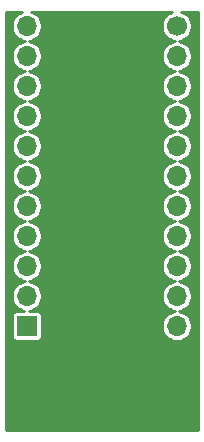
<source format=gbr>
%TF.GenerationSoftware,KiCad,Pcbnew,(5.1.7)-1*%
%TF.CreationDate,2021-02-13T22:19:47+01:00*%
%TF.ProjectId,breakout_longlcd,62726561-6b6f-4757-945f-6c6f6e676c63,rev?*%
%TF.SameCoordinates,Original*%
%TF.FileFunction,Copper,L2,Bot*%
%TF.FilePolarity,Positive*%
%FSLAX46Y46*%
G04 Gerber Fmt 4.6, Leading zero omitted, Abs format (unit mm)*
G04 Created by KiCad (PCBNEW (5.1.7)-1) date 2021-02-13 22:19:47*
%MOMM*%
%LPD*%
G01*
G04 APERTURE LIST*
%TA.AperFunction,ComponentPad*%
%ADD10O,1.700000X1.700000*%
%TD*%
%TA.AperFunction,ComponentPad*%
%ADD11C,1.700000*%
%TD*%
%TA.AperFunction,ComponentPad*%
%ADD12R,1.700000X1.700000*%
%TD*%
%TA.AperFunction,ViaPad*%
%ADD13C,0.800000*%
%TD*%
%TA.AperFunction,Conductor*%
%ADD14C,0.254000*%
%TD*%
%TA.AperFunction,Conductor*%
%ADD15C,0.100000*%
%TD*%
G04 APERTURE END LIST*
D10*
%TO.P,J3,11*%
%TO.N,Net-(J1-Pad22)*%
X147017740Y-105613200D03*
%TO.P,J3,10*%
%TO.N,Net-(J1-Pad21)*%
X147017740Y-103073200D03*
%TO.P,J3,9*%
%TO.N,Net-(J1-Pad20)*%
X147017740Y-100533200D03*
%TO.P,J3,8*%
%TO.N,Net-(J1-Pad19)*%
X147017740Y-97993200D03*
%TO.P,J3,7*%
%TO.N,Net-(J1-Pad18)*%
X147017740Y-95453200D03*
%TO.P,J3,6*%
%TO.N,Net-(J1-Pad17)*%
X147017740Y-92913200D03*
%TO.P,J3,5*%
%TO.N,Net-(J1-Pad16)*%
X147017740Y-90373200D03*
%TO.P,J3,4*%
%TO.N,Net-(J1-Pad15)*%
X147017740Y-87833200D03*
%TO.P,J3,3*%
%TO.N,Net-(J1-Pad14)*%
X147017740Y-85293200D03*
%TO.P,J3,2*%
%TO.N,Net-(J1-Pad13)*%
X147017740Y-82753200D03*
D11*
%TO.P,J3,1*%
%TO.N,Net-(J1-Pad12)*%
X147017740Y-80213200D03*
%TD*%
D10*
%TO.P,J2,11*%
%TO.N,Net-(J1-Pad11)*%
X134317740Y-80213200D03*
%TO.P,J2,10*%
%TO.N,Net-(J1-Pad10)*%
X134317740Y-82753200D03*
%TO.P,J2,9*%
%TO.N,Net-(J1-Pad9)*%
X134317740Y-85293200D03*
%TO.P,J2,8*%
%TO.N,Net-(J1-Pad8)*%
X134317740Y-87833200D03*
%TO.P,J2,7*%
%TO.N,Net-(J1-Pad7)*%
X134317740Y-90373200D03*
%TO.P,J2,6*%
%TO.N,Net-(J1-Pad6)*%
X134317740Y-92913200D03*
%TO.P,J2,5*%
%TO.N,Net-(J1-Pad5)*%
X134317740Y-95453200D03*
%TO.P,J2,4*%
%TO.N,Net-(J1-Pad4)*%
X134317740Y-97993200D03*
%TO.P,J2,3*%
%TO.N,Net-(J1-Pad3)*%
X134317740Y-100533200D03*
%TO.P,J2,2*%
%TO.N,Net-(J1-Pad2)*%
X134317740Y-103073200D03*
D12*
%TO.P,J2,1*%
%TO.N,Net-(J1-Pad1)*%
X134317740Y-105613200D03*
%TD*%
D13*
%TO.N,GND*%
X147853400Y-113893600D03*
X133527800Y-113792000D03*
X140690600Y-80162400D03*
%TD*%
D14*
%TO.N,GND*%
X133712854Y-79081537D02*
X133503700Y-79221289D01*
X133325829Y-79399160D01*
X133186077Y-79608314D01*
X133089814Y-79840713D01*
X133040740Y-80087426D01*
X133040740Y-80338974D01*
X133089814Y-80585687D01*
X133186077Y-80818086D01*
X133325829Y-81027240D01*
X133503700Y-81205111D01*
X133712854Y-81344863D01*
X133945253Y-81441126D01*
X134156774Y-81483200D01*
X133945253Y-81525274D01*
X133712854Y-81621537D01*
X133503700Y-81761289D01*
X133325829Y-81939160D01*
X133186077Y-82148314D01*
X133089814Y-82380713D01*
X133040740Y-82627426D01*
X133040740Y-82878974D01*
X133089814Y-83125687D01*
X133186077Y-83358086D01*
X133325829Y-83567240D01*
X133503700Y-83745111D01*
X133712854Y-83884863D01*
X133945253Y-83981126D01*
X134156774Y-84023200D01*
X133945253Y-84065274D01*
X133712854Y-84161537D01*
X133503700Y-84301289D01*
X133325829Y-84479160D01*
X133186077Y-84688314D01*
X133089814Y-84920713D01*
X133040740Y-85167426D01*
X133040740Y-85418974D01*
X133089814Y-85665687D01*
X133186077Y-85898086D01*
X133325829Y-86107240D01*
X133503700Y-86285111D01*
X133712854Y-86424863D01*
X133945253Y-86521126D01*
X134156774Y-86563200D01*
X133945253Y-86605274D01*
X133712854Y-86701537D01*
X133503700Y-86841289D01*
X133325829Y-87019160D01*
X133186077Y-87228314D01*
X133089814Y-87460713D01*
X133040740Y-87707426D01*
X133040740Y-87958974D01*
X133089814Y-88205687D01*
X133186077Y-88438086D01*
X133325829Y-88647240D01*
X133503700Y-88825111D01*
X133712854Y-88964863D01*
X133945253Y-89061126D01*
X134156774Y-89103200D01*
X133945253Y-89145274D01*
X133712854Y-89241537D01*
X133503700Y-89381289D01*
X133325829Y-89559160D01*
X133186077Y-89768314D01*
X133089814Y-90000713D01*
X133040740Y-90247426D01*
X133040740Y-90498974D01*
X133089814Y-90745687D01*
X133186077Y-90978086D01*
X133325829Y-91187240D01*
X133503700Y-91365111D01*
X133712854Y-91504863D01*
X133945253Y-91601126D01*
X134156774Y-91643200D01*
X133945253Y-91685274D01*
X133712854Y-91781537D01*
X133503700Y-91921289D01*
X133325829Y-92099160D01*
X133186077Y-92308314D01*
X133089814Y-92540713D01*
X133040740Y-92787426D01*
X133040740Y-93038974D01*
X133089814Y-93285687D01*
X133186077Y-93518086D01*
X133325829Y-93727240D01*
X133503700Y-93905111D01*
X133712854Y-94044863D01*
X133945253Y-94141126D01*
X134156774Y-94183200D01*
X133945253Y-94225274D01*
X133712854Y-94321537D01*
X133503700Y-94461289D01*
X133325829Y-94639160D01*
X133186077Y-94848314D01*
X133089814Y-95080713D01*
X133040740Y-95327426D01*
X133040740Y-95578974D01*
X133089814Y-95825687D01*
X133186077Y-96058086D01*
X133325829Y-96267240D01*
X133503700Y-96445111D01*
X133712854Y-96584863D01*
X133945253Y-96681126D01*
X134156774Y-96723200D01*
X133945253Y-96765274D01*
X133712854Y-96861537D01*
X133503700Y-97001289D01*
X133325829Y-97179160D01*
X133186077Y-97388314D01*
X133089814Y-97620713D01*
X133040740Y-97867426D01*
X133040740Y-98118974D01*
X133089814Y-98365687D01*
X133186077Y-98598086D01*
X133325829Y-98807240D01*
X133503700Y-98985111D01*
X133712854Y-99124863D01*
X133945253Y-99221126D01*
X134156774Y-99263200D01*
X133945253Y-99305274D01*
X133712854Y-99401537D01*
X133503700Y-99541289D01*
X133325829Y-99719160D01*
X133186077Y-99928314D01*
X133089814Y-100160713D01*
X133040740Y-100407426D01*
X133040740Y-100658974D01*
X133089814Y-100905687D01*
X133186077Y-101138086D01*
X133325829Y-101347240D01*
X133503700Y-101525111D01*
X133712854Y-101664863D01*
X133945253Y-101761126D01*
X134156774Y-101803200D01*
X133945253Y-101845274D01*
X133712854Y-101941537D01*
X133503700Y-102081289D01*
X133325829Y-102259160D01*
X133186077Y-102468314D01*
X133089814Y-102700713D01*
X133040740Y-102947426D01*
X133040740Y-103198974D01*
X133089814Y-103445687D01*
X133186077Y-103678086D01*
X133325829Y-103887240D01*
X133503700Y-104065111D01*
X133712854Y-104204863D01*
X133945253Y-104301126D01*
X134111196Y-104334134D01*
X133467740Y-104334134D01*
X133384033Y-104342378D01*
X133303544Y-104366795D01*
X133229364Y-104406445D01*
X133164345Y-104459805D01*
X133110985Y-104524824D01*
X133071335Y-104599004D01*
X133046918Y-104679493D01*
X133038674Y-104763200D01*
X133038674Y-106463200D01*
X133046918Y-106546907D01*
X133071335Y-106627396D01*
X133110985Y-106701576D01*
X133164345Y-106766595D01*
X133229364Y-106819955D01*
X133303544Y-106859605D01*
X133384033Y-106884022D01*
X133467740Y-106892266D01*
X135167740Y-106892266D01*
X135251447Y-106884022D01*
X135331936Y-106859605D01*
X135406116Y-106819955D01*
X135471135Y-106766595D01*
X135524495Y-106701576D01*
X135564145Y-106627396D01*
X135588562Y-106546907D01*
X135596806Y-106463200D01*
X135596806Y-104763200D01*
X135588562Y-104679493D01*
X135564145Y-104599004D01*
X135524495Y-104524824D01*
X135471135Y-104459805D01*
X135406116Y-104406445D01*
X135331936Y-104366795D01*
X135251447Y-104342378D01*
X135167740Y-104334134D01*
X134524284Y-104334134D01*
X134690227Y-104301126D01*
X134922626Y-104204863D01*
X135131780Y-104065111D01*
X135309651Y-103887240D01*
X135449403Y-103678086D01*
X135545666Y-103445687D01*
X135594740Y-103198974D01*
X135594740Y-102947426D01*
X135545666Y-102700713D01*
X135449403Y-102468314D01*
X135309651Y-102259160D01*
X135131780Y-102081289D01*
X134922626Y-101941537D01*
X134690227Y-101845274D01*
X134478706Y-101803200D01*
X134690227Y-101761126D01*
X134922626Y-101664863D01*
X135131780Y-101525111D01*
X135309651Y-101347240D01*
X135449403Y-101138086D01*
X135545666Y-100905687D01*
X135594740Y-100658974D01*
X135594740Y-100407426D01*
X135545666Y-100160713D01*
X135449403Y-99928314D01*
X135309651Y-99719160D01*
X135131780Y-99541289D01*
X134922626Y-99401537D01*
X134690227Y-99305274D01*
X134478706Y-99263200D01*
X134690227Y-99221126D01*
X134922626Y-99124863D01*
X135131780Y-98985111D01*
X135309651Y-98807240D01*
X135449403Y-98598086D01*
X135545666Y-98365687D01*
X135594740Y-98118974D01*
X135594740Y-97867426D01*
X135545666Y-97620713D01*
X135449403Y-97388314D01*
X135309651Y-97179160D01*
X135131780Y-97001289D01*
X134922626Y-96861537D01*
X134690227Y-96765274D01*
X134478706Y-96723200D01*
X134690227Y-96681126D01*
X134922626Y-96584863D01*
X135131780Y-96445111D01*
X135309651Y-96267240D01*
X135449403Y-96058086D01*
X135545666Y-95825687D01*
X135594740Y-95578974D01*
X135594740Y-95327426D01*
X135545666Y-95080713D01*
X135449403Y-94848314D01*
X135309651Y-94639160D01*
X135131780Y-94461289D01*
X134922626Y-94321537D01*
X134690227Y-94225274D01*
X134478706Y-94183200D01*
X134690227Y-94141126D01*
X134922626Y-94044863D01*
X135131780Y-93905111D01*
X135309651Y-93727240D01*
X135449403Y-93518086D01*
X135545666Y-93285687D01*
X135594740Y-93038974D01*
X135594740Y-92787426D01*
X135545666Y-92540713D01*
X135449403Y-92308314D01*
X135309651Y-92099160D01*
X135131780Y-91921289D01*
X134922626Y-91781537D01*
X134690227Y-91685274D01*
X134478706Y-91643200D01*
X134690227Y-91601126D01*
X134922626Y-91504863D01*
X135131780Y-91365111D01*
X135309651Y-91187240D01*
X135449403Y-90978086D01*
X135545666Y-90745687D01*
X135594740Y-90498974D01*
X135594740Y-90247426D01*
X135545666Y-90000713D01*
X135449403Y-89768314D01*
X135309651Y-89559160D01*
X135131780Y-89381289D01*
X134922626Y-89241537D01*
X134690227Y-89145274D01*
X134478706Y-89103200D01*
X134690227Y-89061126D01*
X134922626Y-88964863D01*
X135131780Y-88825111D01*
X135309651Y-88647240D01*
X135449403Y-88438086D01*
X135545666Y-88205687D01*
X135594740Y-87958974D01*
X135594740Y-87707426D01*
X135545666Y-87460713D01*
X135449403Y-87228314D01*
X135309651Y-87019160D01*
X135131780Y-86841289D01*
X134922626Y-86701537D01*
X134690227Y-86605274D01*
X134478706Y-86563200D01*
X134690227Y-86521126D01*
X134922626Y-86424863D01*
X135131780Y-86285111D01*
X135309651Y-86107240D01*
X135449403Y-85898086D01*
X135545666Y-85665687D01*
X135594740Y-85418974D01*
X135594740Y-85167426D01*
X135545666Y-84920713D01*
X135449403Y-84688314D01*
X135309651Y-84479160D01*
X135131780Y-84301289D01*
X134922626Y-84161537D01*
X134690227Y-84065274D01*
X134478706Y-84023200D01*
X134690227Y-83981126D01*
X134922626Y-83884863D01*
X135131780Y-83745111D01*
X135309651Y-83567240D01*
X135449403Y-83358086D01*
X135545666Y-83125687D01*
X135594740Y-82878974D01*
X135594740Y-82627426D01*
X135545666Y-82380713D01*
X135449403Y-82148314D01*
X135309651Y-81939160D01*
X135131780Y-81761289D01*
X134922626Y-81621537D01*
X134690227Y-81525274D01*
X134478706Y-81483200D01*
X134690227Y-81441126D01*
X134922626Y-81344863D01*
X135131780Y-81205111D01*
X135309651Y-81027240D01*
X135449403Y-80818086D01*
X135545666Y-80585687D01*
X135594740Y-80338974D01*
X135594740Y-80087426D01*
X135545666Y-79840713D01*
X135449403Y-79608314D01*
X135309651Y-79399160D01*
X135131780Y-79221289D01*
X134922626Y-79081537D01*
X134698740Y-78988800D01*
X146636740Y-78988800D01*
X146412854Y-79081537D01*
X146203700Y-79221289D01*
X146025829Y-79399160D01*
X145886077Y-79608314D01*
X145789814Y-79840713D01*
X145740740Y-80087426D01*
X145740740Y-80338974D01*
X145789814Y-80585687D01*
X145886077Y-80818086D01*
X146025829Y-81027240D01*
X146203700Y-81205111D01*
X146412854Y-81344863D01*
X146645253Y-81441126D01*
X146856774Y-81483200D01*
X146645253Y-81525274D01*
X146412854Y-81621537D01*
X146203700Y-81761289D01*
X146025829Y-81939160D01*
X145886077Y-82148314D01*
X145789814Y-82380713D01*
X145740740Y-82627426D01*
X145740740Y-82878974D01*
X145789814Y-83125687D01*
X145886077Y-83358086D01*
X146025829Y-83567240D01*
X146203700Y-83745111D01*
X146412854Y-83884863D01*
X146645253Y-83981126D01*
X146856774Y-84023200D01*
X146645253Y-84065274D01*
X146412854Y-84161537D01*
X146203700Y-84301289D01*
X146025829Y-84479160D01*
X145886077Y-84688314D01*
X145789814Y-84920713D01*
X145740740Y-85167426D01*
X145740740Y-85418974D01*
X145789814Y-85665687D01*
X145886077Y-85898086D01*
X146025829Y-86107240D01*
X146203700Y-86285111D01*
X146412854Y-86424863D01*
X146645253Y-86521126D01*
X146856774Y-86563200D01*
X146645253Y-86605274D01*
X146412854Y-86701537D01*
X146203700Y-86841289D01*
X146025829Y-87019160D01*
X145886077Y-87228314D01*
X145789814Y-87460713D01*
X145740740Y-87707426D01*
X145740740Y-87958974D01*
X145789814Y-88205687D01*
X145886077Y-88438086D01*
X146025829Y-88647240D01*
X146203700Y-88825111D01*
X146412854Y-88964863D01*
X146645253Y-89061126D01*
X146856774Y-89103200D01*
X146645253Y-89145274D01*
X146412854Y-89241537D01*
X146203700Y-89381289D01*
X146025829Y-89559160D01*
X145886077Y-89768314D01*
X145789814Y-90000713D01*
X145740740Y-90247426D01*
X145740740Y-90498974D01*
X145789814Y-90745687D01*
X145886077Y-90978086D01*
X146025829Y-91187240D01*
X146203700Y-91365111D01*
X146412854Y-91504863D01*
X146645253Y-91601126D01*
X146856774Y-91643200D01*
X146645253Y-91685274D01*
X146412854Y-91781537D01*
X146203700Y-91921289D01*
X146025829Y-92099160D01*
X145886077Y-92308314D01*
X145789814Y-92540713D01*
X145740740Y-92787426D01*
X145740740Y-93038974D01*
X145789814Y-93285687D01*
X145886077Y-93518086D01*
X146025829Y-93727240D01*
X146203700Y-93905111D01*
X146412854Y-94044863D01*
X146645253Y-94141126D01*
X146856774Y-94183200D01*
X146645253Y-94225274D01*
X146412854Y-94321537D01*
X146203700Y-94461289D01*
X146025829Y-94639160D01*
X145886077Y-94848314D01*
X145789814Y-95080713D01*
X145740740Y-95327426D01*
X145740740Y-95578974D01*
X145789814Y-95825687D01*
X145886077Y-96058086D01*
X146025829Y-96267240D01*
X146203700Y-96445111D01*
X146412854Y-96584863D01*
X146645253Y-96681126D01*
X146856774Y-96723200D01*
X146645253Y-96765274D01*
X146412854Y-96861537D01*
X146203700Y-97001289D01*
X146025829Y-97179160D01*
X145886077Y-97388314D01*
X145789814Y-97620713D01*
X145740740Y-97867426D01*
X145740740Y-98118974D01*
X145789814Y-98365687D01*
X145886077Y-98598086D01*
X146025829Y-98807240D01*
X146203700Y-98985111D01*
X146412854Y-99124863D01*
X146645253Y-99221126D01*
X146856774Y-99263200D01*
X146645253Y-99305274D01*
X146412854Y-99401537D01*
X146203700Y-99541289D01*
X146025829Y-99719160D01*
X145886077Y-99928314D01*
X145789814Y-100160713D01*
X145740740Y-100407426D01*
X145740740Y-100658974D01*
X145789814Y-100905687D01*
X145886077Y-101138086D01*
X146025829Y-101347240D01*
X146203700Y-101525111D01*
X146412854Y-101664863D01*
X146645253Y-101761126D01*
X146856774Y-101803200D01*
X146645253Y-101845274D01*
X146412854Y-101941537D01*
X146203700Y-102081289D01*
X146025829Y-102259160D01*
X145886077Y-102468314D01*
X145789814Y-102700713D01*
X145740740Y-102947426D01*
X145740740Y-103198974D01*
X145789814Y-103445687D01*
X145886077Y-103678086D01*
X146025829Y-103887240D01*
X146203700Y-104065111D01*
X146412854Y-104204863D01*
X146645253Y-104301126D01*
X146856774Y-104343200D01*
X146645253Y-104385274D01*
X146412854Y-104481537D01*
X146203700Y-104621289D01*
X146025829Y-104799160D01*
X145886077Y-105008314D01*
X145789814Y-105240713D01*
X145740740Y-105487426D01*
X145740740Y-105738974D01*
X145789814Y-105985687D01*
X145886077Y-106218086D01*
X146025829Y-106427240D01*
X146203700Y-106605111D01*
X146412854Y-106744863D01*
X146645253Y-106841126D01*
X146891966Y-106890200D01*
X147143514Y-106890200D01*
X147390227Y-106841126D01*
X147622626Y-106744863D01*
X147831780Y-106605111D01*
X148009651Y-106427240D01*
X148149403Y-106218086D01*
X148245666Y-105985687D01*
X148294740Y-105738974D01*
X148294740Y-105487426D01*
X148245666Y-105240713D01*
X148149403Y-105008314D01*
X148009651Y-104799160D01*
X147831780Y-104621289D01*
X147622626Y-104481537D01*
X147390227Y-104385274D01*
X147178706Y-104343200D01*
X147390227Y-104301126D01*
X147622626Y-104204863D01*
X147831780Y-104065111D01*
X148009651Y-103887240D01*
X148149403Y-103678086D01*
X148245666Y-103445687D01*
X148294740Y-103198974D01*
X148294740Y-102947426D01*
X148245666Y-102700713D01*
X148149403Y-102468314D01*
X148009651Y-102259160D01*
X147831780Y-102081289D01*
X147622626Y-101941537D01*
X147390227Y-101845274D01*
X147178706Y-101803200D01*
X147390227Y-101761126D01*
X147622626Y-101664863D01*
X147831780Y-101525111D01*
X148009651Y-101347240D01*
X148149403Y-101138086D01*
X148245666Y-100905687D01*
X148294740Y-100658974D01*
X148294740Y-100407426D01*
X148245666Y-100160713D01*
X148149403Y-99928314D01*
X148009651Y-99719160D01*
X147831780Y-99541289D01*
X147622626Y-99401537D01*
X147390227Y-99305274D01*
X147178706Y-99263200D01*
X147390227Y-99221126D01*
X147622626Y-99124863D01*
X147831780Y-98985111D01*
X148009651Y-98807240D01*
X148149403Y-98598086D01*
X148245666Y-98365687D01*
X148294740Y-98118974D01*
X148294740Y-97867426D01*
X148245666Y-97620713D01*
X148149403Y-97388314D01*
X148009651Y-97179160D01*
X147831780Y-97001289D01*
X147622626Y-96861537D01*
X147390227Y-96765274D01*
X147178706Y-96723200D01*
X147390227Y-96681126D01*
X147622626Y-96584863D01*
X147831780Y-96445111D01*
X148009651Y-96267240D01*
X148149403Y-96058086D01*
X148245666Y-95825687D01*
X148294740Y-95578974D01*
X148294740Y-95327426D01*
X148245666Y-95080713D01*
X148149403Y-94848314D01*
X148009651Y-94639160D01*
X147831780Y-94461289D01*
X147622626Y-94321537D01*
X147390227Y-94225274D01*
X147178706Y-94183200D01*
X147390227Y-94141126D01*
X147622626Y-94044863D01*
X147831780Y-93905111D01*
X148009651Y-93727240D01*
X148149403Y-93518086D01*
X148245666Y-93285687D01*
X148294740Y-93038974D01*
X148294740Y-92787426D01*
X148245666Y-92540713D01*
X148149403Y-92308314D01*
X148009651Y-92099160D01*
X147831780Y-91921289D01*
X147622626Y-91781537D01*
X147390227Y-91685274D01*
X147178706Y-91643200D01*
X147390227Y-91601126D01*
X147622626Y-91504863D01*
X147831780Y-91365111D01*
X148009651Y-91187240D01*
X148149403Y-90978086D01*
X148245666Y-90745687D01*
X148294740Y-90498974D01*
X148294740Y-90247426D01*
X148245666Y-90000713D01*
X148149403Y-89768314D01*
X148009651Y-89559160D01*
X147831780Y-89381289D01*
X147622626Y-89241537D01*
X147390227Y-89145274D01*
X147178706Y-89103200D01*
X147390227Y-89061126D01*
X147622626Y-88964863D01*
X147831780Y-88825111D01*
X148009651Y-88647240D01*
X148149403Y-88438086D01*
X148245666Y-88205687D01*
X148294740Y-87958974D01*
X148294740Y-87707426D01*
X148245666Y-87460713D01*
X148149403Y-87228314D01*
X148009651Y-87019160D01*
X147831780Y-86841289D01*
X147622626Y-86701537D01*
X147390227Y-86605274D01*
X147178706Y-86563200D01*
X147390227Y-86521126D01*
X147622626Y-86424863D01*
X147831780Y-86285111D01*
X148009651Y-86107240D01*
X148149403Y-85898086D01*
X148245666Y-85665687D01*
X148294740Y-85418974D01*
X148294740Y-85167426D01*
X148245666Y-84920713D01*
X148149403Y-84688314D01*
X148009651Y-84479160D01*
X147831780Y-84301289D01*
X147622626Y-84161537D01*
X147390227Y-84065274D01*
X147178706Y-84023200D01*
X147390227Y-83981126D01*
X147622626Y-83884863D01*
X147831780Y-83745111D01*
X148009651Y-83567240D01*
X148149403Y-83358086D01*
X148245666Y-83125687D01*
X148294740Y-82878974D01*
X148294740Y-82627426D01*
X148245666Y-82380713D01*
X148149403Y-82148314D01*
X148009651Y-81939160D01*
X147831780Y-81761289D01*
X147622626Y-81621537D01*
X147390227Y-81525274D01*
X147178706Y-81483200D01*
X147390227Y-81441126D01*
X147622626Y-81344863D01*
X147831780Y-81205111D01*
X148009651Y-81027240D01*
X148149403Y-80818086D01*
X148245666Y-80585687D01*
X148294740Y-80338974D01*
X148294740Y-80087426D01*
X148245666Y-79840713D01*
X148149403Y-79608314D01*
X148009651Y-79399160D01*
X147831780Y-79221289D01*
X147622626Y-79081537D01*
X147398740Y-78988800D01*
X148798401Y-78988800D01*
X148798400Y-114406800D01*
X132582800Y-114406800D01*
X132582800Y-78988800D01*
X133936740Y-78988800D01*
X133712854Y-79081537D01*
%TA.AperFunction,Conductor*%
D15*
G36*
X133712854Y-79081537D02*
G01*
X133503700Y-79221289D01*
X133325829Y-79399160D01*
X133186077Y-79608314D01*
X133089814Y-79840713D01*
X133040740Y-80087426D01*
X133040740Y-80338974D01*
X133089814Y-80585687D01*
X133186077Y-80818086D01*
X133325829Y-81027240D01*
X133503700Y-81205111D01*
X133712854Y-81344863D01*
X133945253Y-81441126D01*
X134156774Y-81483200D01*
X133945253Y-81525274D01*
X133712854Y-81621537D01*
X133503700Y-81761289D01*
X133325829Y-81939160D01*
X133186077Y-82148314D01*
X133089814Y-82380713D01*
X133040740Y-82627426D01*
X133040740Y-82878974D01*
X133089814Y-83125687D01*
X133186077Y-83358086D01*
X133325829Y-83567240D01*
X133503700Y-83745111D01*
X133712854Y-83884863D01*
X133945253Y-83981126D01*
X134156774Y-84023200D01*
X133945253Y-84065274D01*
X133712854Y-84161537D01*
X133503700Y-84301289D01*
X133325829Y-84479160D01*
X133186077Y-84688314D01*
X133089814Y-84920713D01*
X133040740Y-85167426D01*
X133040740Y-85418974D01*
X133089814Y-85665687D01*
X133186077Y-85898086D01*
X133325829Y-86107240D01*
X133503700Y-86285111D01*
X133712854Y-86424863D01*
X133945253Y-86521126D01*
X134156774Y-86563200D01*
X133945253Y-86605274D01*
X133712854Y-86701537D01*
X133503700Y-86841289D01*
X133325829Y-87019160D01*
X133186077Y-87228314D01*
X133089814Y-87460713D01*
X133040740Y-87707426D01*
X133040740Y-87958974D01*
X133089814Y-88205687D01*
X133186077Y-88438086D01*
X133325829Y-88647240D01*
X133503700Y-88825111D01*
X133712854Y-88964863D01*
X133945253Y-89061126D01*
X134156774Y-89103200D01*
X133945253Y-89145274D01*
X133712854Y-89241537D01*
X133503700Y-89381289D01*
X133325829Y-89559160D01*
X133186077Y-89768314D01*
X133089814Y-90000713D01*
X133040740Y-90247426D01*
X133040740Y-90498974D01*
X133089814Y-90745687D01*
X133186077Y-90978086D01*
X133325829Y-91187240D01*
X133503700Y-91365111D01*
X133712854Y-91504863D01*
X133945253Y-91601126D01*
X134156774Y-91643200D01*
X133945253Y-91685274D01*
X133712854Y-91781537D01*
X133503700Y-91921289D01*
X133325829Y-92099160D01*
X133186077Y-92308314D01*
X133089814Y-92540713D01*
X133040740Y-92787426D01*
X133040740Y-93038974D01*
X133089814Y-93285687D01*
X133186077Y-93518086D01*
X133325829Y-93727240D01*
X133503700Y-93905111D01*
X133712854Y-94044863D01*
X133945253Y-94141126D01*
X134156774Y-94183200D01*
X133945253Y-94225274D01*
X133712854Y-94321537D01*
X133503700Y-94461289D01*
X133325829Y-94639160D01*
X133186077Y-94848314D01*
X133089814Y-95080713D01*
X133040740Y-95327426D01*
X133040740Y-95578974D01*
X133089814Y-95825687D01*
X133186077Y-96058086D01*
X133325829Y-96267240D01*
X133503700Y-96445111D01*
X133712854Y-96584863D01*
X133945253Y-96681126D01*
X134156774Y-96723200D01*
X133945253Y-96765274D01*
X133712854Y-96861537D01*
X133503700Y-97001289D01*
X133325829Y-97179160D01*
X133186077Y-97388314D01*
X133089814Y-97620713D01*
X133040740Y-97867426D01*
X133040740Y-98118974D01*
X133089814Y-98365687D01*
X133186077Y-98598086D01*
X133325829Y-98807240D01*
X133503700Y-98985111D01*
X133712854Y-99124863D01*
X133945253Y-99221126D01*
X134156774Y-99263200D01*
X133945253Y-99305274D01*
X133712854Y-99401537D01*
X133503700Y-99541289D01*
X133325829Y-99719160D01*
X133186077Y-99928314D01*
X133089814Y-100160713D01*
X133040740Y-100407426D01*
X133040740Y-100658974D01*
X133089814Y-100905687D01*
X133186077Y-101138086D01*
X133325829Y-101347240D01*
X133503700Y-101525111D01*
X133712854Y-101664863D01*
X133945253Y-101761126D01*
X134156774Y-101803200D01*
X133945253Y-101845274D01*
X133712854Y-101941537D01*
X133503700Y-102081289D01*
X133325829Y-102259160D01*
X133186077Y-102468314D01*
X133089814Y-102700713D01*
X133040740Y-102947426D01*
X133040740Y-103198974D01*
X133089814Y-103445687D01*
X133186077Y-103678086D01*
X133325829Y-103887240D01*
X133503700Y-104065111D01*
X133712854Y-104204863D01*
X133945253Y-104301126D01*
X134111196Y-104334134D01*
X133467740Y-104334134D01*
X133384033Y-104342378D01*
X133303544Y-104366795D01*
X133229364Y-104406445D01*
X133164345Y-104459805D01*
X133110985Y-104524824D01*
X133071335Y-104599004D01*
X133046918Y-104679493D01*
X133038674Y-104763200D01*
X133038674Y-106463200D01*
X133046918Y-106546907D01*
X133071335Y-106627396D01*
X133110985Y-106701576D01*
X133164345Y-106766595D01*
X133229364Y-106819955D01*
X133303544Y-106859605D01*
X133384033Y-106884022D01*
X133467740Y-106892266D01*
X135167740Y-106892266D01*
X135251447Y-106884022D01*
X135331936Y-106859605D01*
X135406116Y-106819955D01*
X135471135Y-106766595D01*
X135524495Y-106701576D01*
X135564145Y-106627396D01*
X135588562Y-106546907D01*
X135596806Y-106463200D01*
X135596806Y-104763200D01*
X135588562Y-104679493D01*
X135564145Y-104599004D01*
X135524495Y-104524824D01*
X135471135Y-104459805D01*
X135406116Y-104406445D01*
X135331936Y-104366795D01*
X135251447Y-104342378D01*
X135167740Y-104334134D01*
X134524284Y-104334134D01*
X134690227Y-104301126D01*
X134922626Y-104204863D01*
X135131780Y-104065111D01*
X135309651Y-103887240D01*
X135449403Y-103678086D01*
X135545666Y-103445687D01*
X135594740Y-103198974D01*
X135594740Y-102947426D01*
X135545666Y-102700713D01*
X135449403Y-102468314D01*
X135309651Y-102259160D01*
X135131780Y-102081289D01*
X134922626Y-101941537D01*
X134690227Y-101845274D01*
X134478706Y-101803200D01*
X134690227Y-101761126D01*
X134922626Y-101664863D01*
X135131780Y-101525111D01*
X135309651Y-101347240D01*
X135449403Y-101138086D01*
X135545666Y-100905687D01*
X135594740Y-100658974D01*
X135594740Y-100407426D01*
X135545666Y-100160713D01*
X135449403Y-99928314D01*
X135309651Y-99719160D01*
X135131780Y-99541289D01*
X134922626Y-99401537D01*
X134690227Y-99305274D01*
X134478706Y-99263200D01*
X134690227Y-99221126D01*
X134922626Y-99124863D01*
X135131780Y-98985111D01*
X135309651Y-98807240D01*
X135449403Y-98598086D01*
X135545666Y-98365687D01*
X135594740Y-98118974D01*
X135594740Y-97867426D01*
X135545666Y-97620713D01*
X135449403Y-97388314D01*
X135309651Y-97179160D01*
X135131780Y-97001289D01*
X134922626Y-96861537D01*
X134690227Y-96765274D01*
X134478706Y-96723200D01*
X134690227Y-96681126D01*
X134922626Y-96584863D01*
X135131780Y-96445111D01*
X135309651Y-96267240D01*
X135449403Y-96058086D01*
X135545666Y-95825687D01*
X135594740Y-95578974D01*
X135594740Y-95327426D01*
X135545666Y-95080713D01*
X135449403Y-94848314D01*
X135309651Y-94639160D01*
X135131780Y-94461289D01*
X134922626Y-94321537D01*
X134690227Y-94225274D01*
X134478706Y-94183200D01*
X134690227Y-94141126D01*
X134922626Y-94044863D01*
X135131780Y-93905111D01*
X135309651Y-93727240D01*
X135449403Y-93518086D01*
X135545666Y-93285687D01*
X135594740Y-93038974D01*
X135594740Y-92787426D01*
X135545666Y-92540713D01*
X135449403Y-92308314D01*
X135309651Y-92099160D01*
X135131780Y-91921289D01*
X134922626Y-91781537D01*
X134690227Y-91685274D01*
X134478706Y-91643200D01*
X134690227Y-91601126D01*
X134922626Y-91504863D01*
X135131780Y-91365111D01*
X135309651Y-91187240D01*
X135449403Y-90978086D01*
X135545666Y-90745687D01*
X135594740Y-90498974D01*
X135594740Y-90247426D01*
X135545666Y-90000713D01*
X135449403Y-89768314D01*
X135309651Y-89559160D01*
X135131780Y-89381289D01*
X134922626Y-89241537D01*
X134690227Y-89145274D01*
X134478706Y-89103200D01*
X134690227Y-89061126D01*
X134922626Y-88964863D01*
X135131780Y-88825111D01*
X135309651Y-88647240D01*
X135449403Y-88438086D01*
X135545666Y-88205687D01*
X135594740Y-87958974D01*
X135594740Y-87707426D01*
X135545666Y-87460713D01*
X135449403Y-87228314D01*
X135309651Y-87019160D01*
X135131780Y-86841289D01*
X134922626Y-86701537D01*
X134690227Y-86605274D01*
X134478706Y-86563200D01*
X134690227Y-86521126D01*
X134922626Y-86424863D01*
X135131780Y-86285111D01*
X135309651Y-86107240D01*
X135449403Y-85898086D01*
X135545666Y-85665687D01*
X135594740Y-85418974D01*
X135594740Y-85167426D01*
X135545666Y-84920713D01*
X135449403Y-84688314D01*
X135309651Y-84479160D01*
X135131780Y-84301289D01*
X134922626Y-84161537D01*
X134690227Y-84065274D01*
X134478706Y-84023200D01*
X134690227Y-83981126D01*
X134922626Y-83884863D01*
X135131780Y-83745111D01*
X135309651Y-83567240D01*
X135449403Y-83358086D01*
X135545666Y-83125687D01*
X135594740Y-82878974D01*
X135594740Y-82627426D01*
X135545666Y-82380713D01*
X135449403Y-82148314D01*
X135309651Y-81939160D01*
X135131780Y-81761289D01*
X134922626Y-81621537D01*
X134690227Y-81525274D01*
X134478706Y-81483200D01*
X134690227Y-81441126D01*
X134922626Y-81344863D01*
X135131780Y-81205111D01*
X135309651Y-81027240D01*
X135449403Y-80818086D01*
X135545666Y-80585687D01*
X135594740Y-80338974D01*
X135594740Y-80087426D01*
X135545666Y-79840713D01*
X135449403Y-79608314D01*
X135309651Y-79399160D01*
X135131780Y-79221289D01*
X134922626Y-79081537D01*
X134698740Y-78988800D01*
X146636740Y-78988800D01*
X146412854Y-79081537D01*
X146203700Y-79221289D01*
X146025829Y-79399160D01*
X145886077Y-79608314D01*
X145789814Y-79840713D01*
X145740740Y-80087426D01*
X145740740Y-80338974D01*
X145789814Y-80585687D01*
X145886077Y-80818086D01*
X146025829Y-81027240D01*
X146203700Y-81205111D01*
X146412854Y-81344863D01*
X146645253Y-81441126D01*
X146856774Y-81483200D01*
X146645253Y-81525274D01*
X146412854Y-81621537D01*
X146203700Y-81761289D01*
X146025829Y-81939160D01*
X145886077Y-82148314D01*
X145789814Y-82380713D01*
X145740740Y-82627426D01*
X145740740Y-82878974D01*
X145789814Y-83125687D01*
X145886077Y-83358086D01*
X146025829Y-83567240D01*
X146203700Y-83745111D01*
X146412854Y-83884863D01*
X146645253Y-83981126D01*
X146856774Y-84023200D01*
X146645253Y-84065274D01*
X146412854Y-84161537D01*
X146203700Y-84301289D01*
X146025829Y-84479160D01*
X145886077Y-84688314D01*
X145789814Y-84920713D01*
X145740740Y-85167426D01*
X145740740Y-85418974D01*
X145789814Y-85665687D01*
X145886077Y-85898086D01*
X146025829Y-86107240D01*
X146203700Y-86285111D01*
X146412854Y-86424863D01*
X146645253Y-86521126D01*
X146856774Y-86563200D01*
X146645253Y-86605274D01*
X146412854Y-86701537D01*
X146203700Y-86841289D01*
X146025829Y-87019160D01*
X145886077Y-87228314D01*
X145789814Y-87460713D01*
X145740740Y-87707426D01*
X145740740Y-87958974D01*
X145789814Y-88205687D01*
X145886077Y-88438086D01*
X146025829Y-88647240D01*
X146203700Y-88825111D01*
X146412854Y-88964863D01*
X146645253Y-89061126D01*
X146856774Y-89103200D01*
X146645253Y-89145274D01*
X146412854Y-89241537D01*
X146203700Y-89381289D01*
X146025829Y-89559160D01*
X145886077Y-89768314D01*
X145789814Y-90000713D01*
X145740740Y-90247426D01*
X145740740Y-90498974D01*
X145789814Y-90745687D01*
X145886077Y-90978086D01*
X146025829Y-91187240D01*
X146203700Y-91365111D01*
X146412854Y-91504863D01*
X146645253Y-91601126D01*
X146856774Y-91643200D01*
X146645253Y-91685274D01*
X146412854Y-91781537D01*
X146203700Y-91921289D01*
X146025829Y-92099160D01*
X145886077Y-92308314D01*
X145789814Y-92540713D01*
X145740740Y-92787426D01*
X145740740Y-93038974D01*
X145789814Y-93285687D01*
X145886077Y-93518086D01*
X146025829Y-93727240D01*
X146203700Y-93905111D01*
X146412854Y-94044863D01*
X146645253Y-94141126D01*
X146856774Y-94183200D01*
X146645253Y-94225274D01*
X146412854Y-94321537D01*
X146203700Y-94461289D01*
X146025829Y-94639160D01*
X145886077Y-94848314D01*
X145789814Y-95080713D01*
X145740740Y-95327426D01*
X145740740Y-95578974D01*
X145789814Y-95825687D01*
X145886077Y-96058086D01*
X146025829Y-96267240D01*
X146203700Y-96445111D01*
X146412854Y-96584863D01*
X146645253Y-96681126D01*
X146856774Y-96723200D01*
X146645253Y-96765274D01*
X146412854Y-96861537D01*
X146203700Y-97001289D01*
X146025829Y-97179160D01*
X145886077Y-97388314D01*
X145789814Y-97620713D01*
X145740740Y-97867426D01*
X145740740Y-98118974D01*
X145789814Y-98365687D01*
X145886077Y-98598086D01*
X146025829Y-98807240D01*
X146203700Y-98985111D01*
X146412854Y-99124863D01*
X146645253Y-99221126D01*
X146856774Y-99263200D01*
X146645253Y-99305274D01*
X146412854Y-99401537D01*
X146203700Y-99541289D01*
X146025829Y-99719160D01*
X145886077Y-99928314D01*
X145789814Y-100160713D01*
X145740740Y-100407426D01*
X145740740Y-100658974D01*
X145789814Y-100905687D01*
X145886077Y-101138086D01*
X146025829Y-101347240D01*
X146203700Y-101525111D01*
X146412854Y-101664863D01*
X146645253Y-101761126D01*
X146856774Y-101803200D01*
X146645253Y-101845274D01*
X146412854Y-101941537D01*
X146203700Y-102081289D01*
X146025829Y-102259160D01*
X145886077Y-102468314D01*
X145789814Y-102700713D01*
X145740740Y-102947426D01*
X145740740Y-103198974D01*
X145789814Y-103445687D01*
X145886077Y-103678086D01*
X146025829Y-103887240D01*
X146203700Y-104065111D01*
X146412854Y-104204863D01*
X146645253Y-104301126D01*
X146856774Y-104343200D01*
X146645253Y-104385274D01*
X146412854Y-104481537D01*
X146203700Y-104621289D01*
X146025829Y-104799160D01*
X145886077Y-105008314D01*
X145789814Y-105240713D01*
X145740740Y-105487426D01*
X145740740Y-105738974D01*
X145789814Y-105985687D01*
X145886077Y-106218086D01*
X146025829Y-106427240D01*
X146203700Y-106605111D01*
X146412854Y-106744863D01*
X146645253Y-106841126D01*
X146891966Y-106890200D01*
X147143514Y-106890200D01*
X147390227Y-106841126D01*
X147622626Y-106744863D01*
X147831780Y-106605111D01*
X148009651Y-106427240D01*
X148149403Y-106218086D01*
X148245666Y-105985687D01*
X148294740Y-105738974D01*
X148294740Y-105487426D01*
X148245666Y-105240713D01*
X148149403Y-105008314D01*
X148009651Y-104799160D01*
X147831780Y-104621289D01*
X147622626Y-104481537D01*
X147390227Y-104385274D01*
X147178706Y-104343200D01*
X147390227Y-104301126D01*
X147622626Y-104204863D01*
X147831780Y-104065111D01*
X148009651Y-103887240D01*
X148149403Y-103678086D01*
X148245666Y-103445687D01*
X148294740Y-103198974D01*
X148294740Y-102947426D01*
X148245666Y-102700713D01*
X148149403Y-102468314D01*
X148009651Y-102259160D01*
X147831780Y-102081289D01*
X147622626Y-101941537D01*
X147390227Y-101845274D01*
X147178706Y-101803200D01*
X147390227Y-101761126D01*
X147622626Y-101664863D01*
X147831780Y-101525111D01*
X148009651Y-101347240D01*
X148149403Y-101138086D01*
X148245666Y-100905687D01*
X148294740Y-100658974D01*
X148294740Y-100407426D01*
X148245666Y-100160713D01*
X148149403Y-99928314D01*
X148009651Y-99719160D01*
X147831780Y-99541289D01*
X147622626Y-99401537D01*
X147390227Y-99305274D01*
X147178706Y-99263200D01*
X147390227Y-99221126D01*
X147622626Y-99124863D01*
X147831780Y-98985111D01*
X148009651Y-98807240D01*
X148149403Y-98598086D01*
X148245666Y-98365687D01*
X148294740Y-98118974D01*
X148294740Y-97867426D01*
X148245666Y-97620713D01*
X148149403Y-97388314D01*
X148009651Y-97179160D01*
X147831780Y-97001289D01*
X147622626Y-96861537D01*
X147390227Y-96765274D01*
X147178706Y-96723200D01*
X147390227Y-96681126D01*
X147622626Y-96584863D01*
X147831780Y-96445111D01*
X148009651Y-96267240D01*
X148149403Y-96058086D01*
X148245666Y-95825687D01*
X148294740Y-95578974D01*
X148294740Y-95327426D01*
X148245666Y-95080713D01*
X148149403Y-94848314D01*
X148009651Y-94639160D01*
X147831780Y-94461289D01*
X147622626Y-94321537D01*
X147390227Y-94225274D01*
X147178706Y-94183200D01*
X147390227Y-94141126D01*
X147622626Y-94044863D01*
X147831780Y-93905111D01*
X148009651Y-93727240D01*
X148149403Y-93518086D01*
X148245666Y-93285687D01*
X148294740Y-93038974D01*
X148294740Y-92787426D01*
X148245666Y-92540713D01*
X148149403Y-92308314D01*
X148009651Y-92099160D01*
X147831780Y-91921289D01*
X147622626Y-91781537D01*
X147390227Y-91685274D01*
X147178706Y-91643200D01*
X147390227Y-91601126D01*
X147622626Y-91504863D01*
X147831780Y-91365111D01*
X148009651Y-91187240D01*
X148149403Y-90978086D01*
X148245666Y-90745687D01*
X148294740Y-90498974D01*
X148294740Y-90247426D01*
X148245666Y-90000713D01*
X148149403Y-89768314D01*
X148009651Y-89559160D01*
X147831780Y-89381289D01*
X147622626Y-89241537D01*
X147390227Y-89145274D01*
X147178706Y-89103200D01*
X147390227Y-89061126D01*
X147622626Y-88964863D01*
X147831780Y-88825111D01*
X148009651Y-88647240D01*
X148149403Y-88438086D01*
X148245666Y-88205687D01*
X148294740Y-87958974D01*
X148294740Y-87707426D01*
X148245666Y-87460713D01*
X148149403Y-87228314D01*
X148009651Y-87019160D01*
X147831780Y-86841289D01*
X147622626Y-86701537D01*
X147390227Y-86605274D01*
X147178706Y-86563200D01*
X147390227Y-86521126D01*
X147622626Y-86424863D01*
X147831780Y-86285111D01*
X148009651Y-86107240D01*
X148149403Y-85898086D01*
X148245666Y-85665687D01*
X148294740Y-85418974D01*
X148294740Y-85167426D01*
X148245666Y-84920713D01*
X148149403Y-84688314D01*
X148009651Y-84479160D01*
X147831780Y-84301289D01*
X147622626Y-84161537D01*
X147390227Y-84065274D01*
X147178706Y-84023200D01*
X147390227Y-83981126D01*
X147622626Y-83884863D01*
X147831780Y-83745111D01*
X148009651Y-83567240D01*
X148149403Y-83358086D01*
X148245666Y-83125687D01*
X148294740Y-82878974D01*
X148294740Y-82627426D01*
X148245666Y-82380713D01*
X148149403Y-82148314D01*
X148009651Y-81939160D01*
X147831780Y-81761289D01*
X147622626Y-81621537D01*
X147390227Y-81525274D01*
X147178706Y-81483200D01*
X147390227Y-81441126D01*
X147622626Y-81344863D01*
X147831780Y-81205111D01*
X148009651Y-81027240D01*
X148149403Y-80818086D01*
X148245666Y-80585687D01*
X148294740Y-80338974D01*
X148294740Y-80087426D01*
X148245666Y-79840713D01*
X148149403Y-79608314D01*
X148009651Y-79399160D01*
X147831780Y-79221289D01*
X147622626Y-79081537D01*
X147398740Y-78988800D01*
X148798401Y-78988800D01*
X148798400Y-114406800D01*
X132582800Y-114406800D01*
X132582800Y-78988800D01*
X133936740Y-78988800D01*
X133712854Y-79081537D01*
G37*
%TD.AperFunction*%
%TD*%
M02*

</source>
